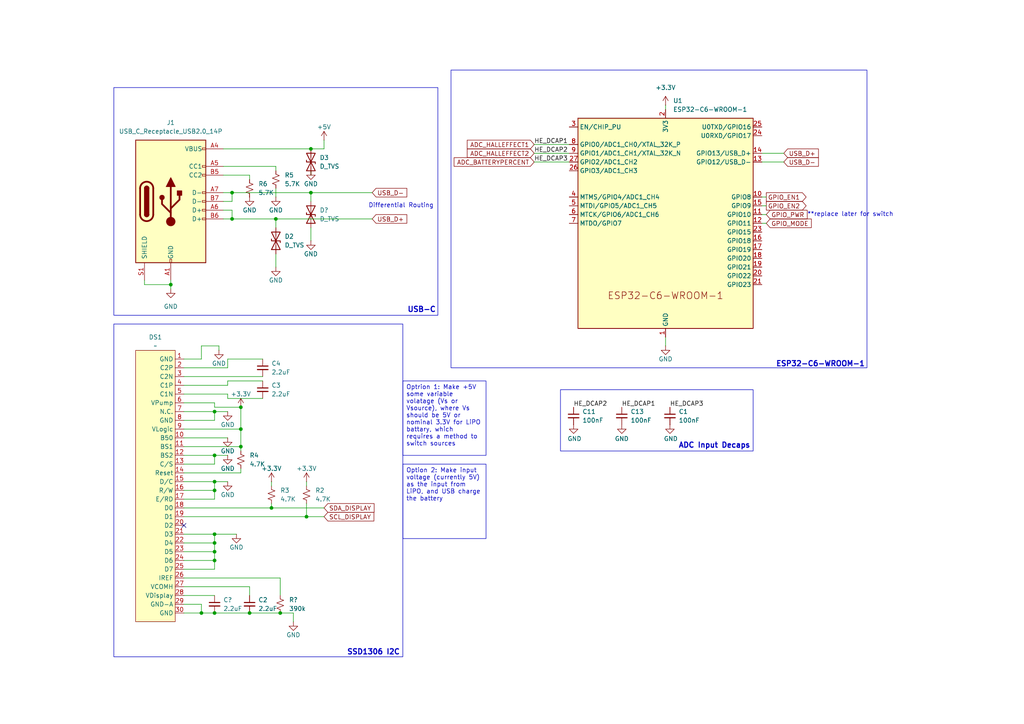
<source format=kicad_sch>
(kicad_sch (version 20231120) (generator "eeschema") (generator_version "8.0")
  (paper "A4")
  (lib_symbols
    (symbol "Connector:USB_C_Receptacle_USB2.0_14P" (pin_names (offset 1.016))
      (property "Reference" "J" (at 0 22.225 0))
      (property "Value" "USB_C_Receptacle_USB2.0_14P" (at 0 19.685 0))
      (symbol "USB_C_Receptacle_USB2.0_14P_0_0"
        (rectangle (start -0.254 -17.78) (end 0.254 -16.764))
        (rectangle (start 10.16 -4.826) (end 9.144 -5.334))
        (rectangle (start 10.16 -2.286) (end 9.144 -2.794))
        (rectangle (start 10.16 0.254) (end 9.144 -0.254))
        (rectangle (start 10.16 2.794) (end 9.144 2.286))
        (rectangle (start 10.16 7.874) (end 9.144 7.366))
        (rectangle (start 10.16 10.414) (end 9.144 9.906))
        (rectangle (start 10.16 15.494) (end 9.144 14.986))
      )
      (symbol "USB_C_Receptacle_USB2.0_14P_0_1"
        (rectangle (start -10.16 17.78) (end 10.16 -17.78) (stroke (width 0.254)) (fill (type background)))
        (arc (start -8.89 -3.81) (mid -6.985 -5.7067) (end -5.08 -3.81) (stroke (width 0.508)))
        (arc (start -7.62 -3.81) (mid -6.985 -4.4423) (end -6.35 -3.81) (stroke (width 0.254)))
        (arc (start -7.62 -3.81) (mid -6.985 -4.4423) (end -6.35 -3.81) (stroke (width 0.254)) (fill (type outline)))
        (rectangle (start -7.62 -3.81) (end -6.35 3.81) (stroke (width 0.254)) (fill (type outline)))
        (arc (start -6.35 3.81) (mid -6.985 4.4423) (end -7.62 3.81) (stroke (width 0.254)))
        (arc (start -6.35 3.81) (mid -6.985 4.4423) (end -7.62 3.81) (stroke (width 0.254)) (fill (type outline)))
        (arc (start -5.08 3.81) (mid -6.985 5.7067) (end -8.89 3.81) (stroke (width 0.508)))
        (circle (center -2.54 1.143) (radius 0.635) (stroke (width 0.254)) (fill (type outline)))
        (circle (center 0 -5.842) (radius 1.27) (fill (type outline)))
        (polyline (pts (xy -8.89 -3.81) (xy -8.89 3.81)) (stroke (width 0.508)))
        (polyline (pts (xy -5.08 3.81) (xy -5.08 -3.81)) (stroke (width 0.508)))
        (polyline (pts (xy 0 -5.842) (xy 0 4.318)) (stroke (width 0.508)))
        (polyline (pts (xy 0 -3.302) (xy -2.54 -0.762) (xy -2.54 0.508)) (stroke (width 0.508)))
        (polyline (pts (xy 0 -2.032) (xy 2.54 0.508) (xy 2.54 1.778)) (stroke (width 0.508)))
        (polyline (pts (xy -1.27 4.318) (xy 0 6.858) (xy 1.27 4.318) (xy -1.27 4.318)) (stroke (width 0.254)) (fill (type outline)))
        (rectangle (start 1.905 1.778) (end 3.175 3.048) (stroke (width 0.254)) (fill (type outline)))
      )
      (symbol "USB_C_Receptacle_USB2.0_14P_1_1"
        (pin passive line (at 0 -22.86 90) (length 5.08) (name "GND") (number "A1"))
        (pin passive line (at 0 -22.86 90) (length 5.08) hide (name "GND") (number "A12"))
        (pin passive line (at 15.24 15.24 180) (length 5.08) (name "VBUS") (number "A4"))
        (pin bidirectional line (at 15.24 10.16 180) (length 5.08) (name "CC1") (number "A5"))
        (pin bidirectional line (at 15.24 -2.54 180) (length 5.08) (name "D+") (number "A6"))
        (pin bidirectional line (at 15.24 2.54 180) (length 5.08) (name "D-") (number "A7"))
        (pin passive line (at 15.24 15.24 180) (length 5.08) hide (name "VBUS") (number "A9"))
        (pin passive line (at 0 -22.86 90) (length 5.08) hide (name "GND") (number "B1"))
        (pin passive line (at 0 -22.86 90) (length 5.08) hide (name "GND") (number "B12"))
        (pin passive line (at 15.24 15.24 180) (length 5.08) hide (name "VBUS") (number "B4"))
        (pin bidirectional line (at 15.24 7.62 180) (length 5.08) (name "CC2") (number "B5"))
        (pin bidirectional line (at 15.24 -5.08 180) (length 5.08) (name "D+") (number "B6"))
        (pin bidirectional line (at 15.24 0 180) (length 5.08) (name "D-") (number "B7"))
        (pin passive line (at 15.24 15.24 180) (length 5.08) hide (name "VBUS") (number "B9"))
        (pin passive line (at -7.62 -22.86 90) (length 5.08) (name "SHIELD") (number "S1"))
      )
    )
    (symbol "Device:C_Small" (pin_numbers hide) (pin_names (offset 0.254) hide)
      (property "Reference" "C" (at 0.254 1.778 0))
      (property "Value" "C_Small" (at 0.254 -2.032 0))
      (symbol "C_Small_0_1"
        (polyline (pts (xy -1.524 -0.508) (xy 1.524 -0.508)) (stroke (width 0.3302)))
        (polyline (pts (xy -1.524 0.508) (xy 1.524 0.508)) (stroke (width 0.3048)))
      )
      (symbol "C_Small_1_1"
        (pin passive line (at 0 2.54 270) (length 2.032) (name "~") (number "1"))
        (pin passive line (at 0 -2.54 90) (length 2.032) (name "~") (number "2"))
      )
    )
    (symbol "Device:D_TVS" (pin_numbers hide) (pin_names (offset 1.016) hide)
      (property "Reference" "D" (at 0 2.54 0))
      (property "Value" "D_TVS" (at 0 -2.54 0))
      (symbol "D_TVS_0_1"
        (polyline (pts (xy 1.27 0) (xy -1.27 0)))
        (polyline (pts (xy 0.508 1.27) (xy 0 1.27) (xy 0 -1.27) (xy -0.508 -1.27)) (stroke (width 0.254)))
        (polyline (pts (xy -2.54 1.27) (xy -2.54 -1.27) (xy 2.54 1.27) (xy 2.54 -1.27) (xy -2.54 1.27)) (stroke (width 0.254)))
      )
      (symbol "D_TVS_1_1"
        (pin passive line (at -3.81 0 0) (length 2.54) (name "A1") (number "1"))
        (pin passive line (at 3.81 0 180) (length 2.54) (name "A2") (number "2"))
      )
    )
    (symbol "Device:R_Small_US" (pin_numbers hide) (pin_names (offset 0.254) hide)
      (property "Reference" "R" (at 0.762 0.508 0))
      (property "Value" "R_Small_US" (at 0.762 -1.016 0))
      (symbol "R_Small_US_1_1"
        (polyline (pts (xy 0 0) (xy 1.016 -0.381) (xy 0 -0.762) (xy -1.016 -1.143) (xy 0 -1.524)))
        (polyline (pts (xy 0 1.524) (xy 1.016 1.143) (xy 0 0.762) (xy -1.016 0.381) (xy 0 0)))
        (pin passive line (at 0 2.54 270) (length 1.016) (name "~") (number "1"))
        (pin passive line (at 0 -2.54 90) (length 1.016) (name "~") (number "2"))
      )
    )
    (symbol "PCM_Espressif:ESP32-C6-WROOM-1"
      (property "Reference" "U" (at -25.4 35.56 0))
      (property "Value" "ESP32-C6-WROOM-1" (at -25.4 33.02 0))
      (symbol "ESP32-C6-WROOM-1_0_0"
        (text "ESP32-C6-WROOM-1" (at 0 -20.955 0) (effects (font (size 2 2))))
      )
      (symbol "ESP32-C6-WROOM-1_0_1"
        (rectangle (start -25.4 30.48) (end 25.4 -30.48) (stroke (width 0.254)) (fill (type background)))
      )
      (symbol "ESP32-C6-WROOM-1_1_1"
        (pin power_in line (at 0 -33.02 90) (length 2.54) (name "GND") (number "1"))
        (pin bidirectional line (at 27.94 7.62 180) (length 2.54) (name "GPIO8") (number "10"))
        (pin bidirectional line (at 27.94 2.54 180) (length 2.54) (name "GPIO10") (number "11"))
        (pin bidirectional line (at 27.94 0 180) (length 2.54) (name "GPIO11") (number "12"))
        (pin bidirectional line (at 27.94 17.78 180) (length 2.54) (name "GPIO12/USB_D-") (number "13"))
        (pin bidirectional line (at 27.94 20.32 180) (length 2.54) (name "GPIO13/USB_D+") (number "14"))
        (pin bidirectional line (at 27.94 5.08 180) (length 2.54) (name "GPIO9") (number "15"))
        (pin bidirectional line (at 27.94 -5.08 180) (length 2.54) (name "GPIO18") (number "16"))
        (pin bidirectional line (at 27.94 -7.62 180) (length 2.54) (name "GPIO19") (number "17"))
        (pin bidirectional line (at 27.94 -10.16 180) (length 2.54) (name "GPIO20") (number "18"))
        (pin bidirectional line (at 27.94 -12.7 180) (length 2.54) (name "GPIO21") (number "19"))
        (pin power_in line (at 0 33.02 270) (length 2.54) (name "3V3") (number "2"))
        (pin bidirectional line (at 27.94 -15.24 180) (length 2.54) (name "GPIO22") (number "20"))
        (pin bidirectional line (at 27.94 -17.78 180) (length 2.54) (name "GPIO23") (number "21"))
        (pin no_connect line (at -25.4 -12.7 0) (length 2.54) hide (name "NC") (number "22"))
        (pin bidirectional line (at 27.94 -2.54 180) (length 2.54) (name "GPIO15") (number "23"))
        (pin bidirectional line (at 27.94 25.4 180) (length 2.54) (name "U0RXD/GPIO17") (number "24"))
        (pin bidirectional line (at 27.94 27.94 180) (length 2.54) (name "U0TXD/GPIO16") (number "25"))
        (pin bidirectional line (at -27.94 15.24 0) (length 2.54) (name "GPIO3/ADC1_CH3") (number "26"))
        (pin bidirectional line (at -27.94 17.78 0) (length 2.54) (name "GPIO2/ADC1_CH2") (number "27"))
        (pin passive line (at 0 -33.02 90) (length 2.54) hide (name "GND") (number "28"))
        (pin passive line (at 0 -33.02 90) (length 2.54) hide (name "GND") (number "29"))
        (pin input line (at -27.94 27.94 0) (length 2.54) (name "EN/CHIP_PU") (number "3"))
        (pin bidirectional line (at -27.94 7.62 0) (length 2.54) (name "MTMS/GPIO4/ADC1_CH4") (number "4"))
        (pin bidirectional line (at -27.94 5.08 0) (length 2.54) (name "MTDI/GPIO5/ADC1_CH5") (number "5"))
        (pin bidirectional line (at -27.94 2.54 0) (length 2.54) (name "MTCK/GPIO6/ADC1_CH6") (number "6"))
        (pin bidirectional line (at -27.94 0 0) (length 2.54) (name "MTDO/GPIO7") (number "7"))
        (pin bidirectional line (at -27.94 22.86 0) (length 2.54) (name "GPIO0/ADC1_CH0/XTAL_32K_P") (number "8"))
        (pin bidirectional line (at -27.94 20.32 0) (length 2.54) (name "GPIO1/ADC1_CH1/XTAL_32K_N") (number "9"))
      )
    )
    (symbol "RC_Lib:ER-OLED013A1-1W_SSD1306"
      (property "Reference" "DS" (at -10.414 3.556 0))
      (symbol "ER-OLED013A1-1W_SSD1306_0_0"
        (pin passive line (at 2.54 0 180) (length 2.54) (name "GND") (number "1"))
        (pin passive line (at 2.54 -22.86 180) (length 2.54) (name "B50") (number "10"))
        (pin passive line (at 2.54 -25.4 180) (length 2.54) (name "BS1") (number "11"))
        (pin passive line (at 2.54 -27.94 180) (length 2.54) (name "BS2") (number "12"))
        (pin passive line (at 2.54 -30.48 180) (length 2.54) (name "C/S") (number "13"))
        (pin passive line (at 2.54 -33.02 180) (length 2.54) (name "Reset") (number "14"))
        (pin passive line (at 2.54 -35.56 180) (length 2.54) (name "D/C") (number "15"))
        (pin passive line (at 2.54 -38.1 180) (length 2.54) (name "R/W") (number "16"))
        (pin passive line (at 2.54 -40.64 180) (length 2.54) (name "E/RD") (number "17"))
        (pin passive line (at 2.54 -43.18 180) (length 2.54) (name "D0") (number "18"))
        (pin passive line (at 2.54 -45.72 180) (length 2.54) (name "D1") (number "19"))
        (pin passive line (at 2.54 -2.54 180) (length 2.54) (name "C2P") (number "2"))
        (pin passive line (at 2.54 -48.26 180) (length 2.54) (name "D2") (number "20"))
        (pin passive line (at 2.54 -50.8 180) (length 2.54) (name "D3") (number "21"))
        (pin passive line (at 2.54 -53.34 180) (length 2.54) (name "D4") (number "22"))
        (pin passive line (at 2.54 -55.88 180) (length 2.54) (name "D5") (number "23"))
        (pin passive line (at 2.54 -58.42 180) (length 2.54) (name "D6") (number "24"))
        (pin passive line (at 2.54 -60.96 180) (length 2.54) (name "D7") (number "25"))
        (pin passive line (at 2.54 -63.5 180) (length 2.54) (name "IREF") (number "26"))
        (pin passive line (at 2.54 -66.04 180) (length 2.54) (name "VCOMH") (number "27"))
        (pin passive line (at 2.54 -68.58 180) (length 2.54) (name "VDisplay") (number "28"))
        (pin passive line (at 2.54 -71.12 180) (length 2.54) (name "GND-A") (number "29"))
        (pin passive line (at 2.54 -5.08 180) (length 2.54) (name "C2N") (number "3"))
        (pin passive line (at 2.54 -73.66 180) (length 2.54) (name "GND") (number "30"))
        (pin passive line (at 2.54 -7.62 180) (length 2.54) (name "C1P") (number "4"))
        (pin passive line (at 2.54 -10.16 180) (length 2.54) (name "C1N") (number "5"))
        (pin passive line (at 2.54 -12.7 180) (length 2.54) (name "VPump") (number "6"))
        (pin passive line (at 2.54 -15.24 180) (length 2.54) (name "N.C.") (number "7"))
        (pin passive line (at 2.54 -17.78 180) (length 2.54) (name "GND") (number "8"))
        (pin passive line (at 2.54 -20.32 180) (length 2.54) (name "VLogic") (number "9"))
      )
      (symbol "ER-OLED013A1-1W_SSD1306_1_1"
        (rectangle (start -11.43 2.54) (end 0 -76.2) (fill (type background)))
      )
    )
    (symbol "power:+3.3V" (power) (pin_numbers hide) (pin_names (offset 0) hide)
      (property "Value" "+3.3V" (at 0 3.556 0))
      (symbol "+3.3V_0_1"
        (polyline (pts (xy -0.762 1.27) (xy 0 2.54)))
        (polyline (pts (xy 0 0) (xy 0 2.54)))
        (polyline (pts (xy 0 2.54) (xy 0.762 1.27)))
      )
      (symbol "+3.3V_1_1"
        (pin power_in line (at 0 0 90) (length 0) (name "~") (number "1"))
      )
    )
    (symbol "power:+5V" (power) (pin_numbers hide) (pin_names (offset 0) hide)
      (property "Value" "+5V" (at 0 3.556 0))
      (symbol "+5V_0_1"
        (polyline (pts (xy -0.762 1.27) (xy 0 2.54)))
        (polyline (pts (xy 0 0) (xy 0 2.54)))
        (polyline (pts (xy 0 2.54) (xy 0.762 1.27)))
      )
      (symbol "+5V_1_1"
        (pin power_in line (at 0 0 90) (length 0) (name "~") (number "1"))
      )
    )
    (symbol "power:GND" (power) (pin_numbers hide) (pin_names (offset 0) hide)
      (property "Value" "GND" (at 0 -3.81 0))
      (symbol "GND_0_1"
        (polyline (pts (xy 0 0) (xy 0 -1.27) (xy 1.27 -1.27) (xy 0 -2.54) (xy -1.27 -1.27) (xy 0 -1.27)))
      )
      (symbol "GND_1_1"
        (pin power_in line (at 0 0 270) (length 0) (name "~") (number "1"))
      )
    )
  )
  (junction (at 69.85 124.46))
  (junction (at 69.85 129.54))
  (junction (at 67.31 55.88))
  (junction (at 78.74 147.32))
  (junction (at 62.23 132.08))
  (junction (at 88.9 149.86))
  (junction (at 80.01 63.5))
  (junction (at 58.42 177.8))
  (junction (at 90.17 55.88))
  (junction (at 62.23 162.56))
  (junction (at 62.23 157.48))
  (junction (at 62.23 177.8))
  (junction (at 81.28 177.8))
  (junction (at 67.31 63.5))
  (junction (at 69.85 118.11))
  (junction (at 62.23 142.24))
  (junction (at 72.39 177.8))
  (junction (at 90.17 43.18))
  (junction (at 62.23 154.94))
  (junction (at 62.23 160.02))
  (junction (at 62.23 119.38))
  (junction (at 62.23 139.7))
  (junction (at 49.53 82.55))
  (no_connect (at 53.34 152.4))
  (wire (pts (xy 49.53 82.55) (xy 49.53 81.28)))
  (wire (pts (xy 53.34 165.1) (xy 62.23 165.1)))
  (wire (pts (xy 53.34 162.56) (xy 62.23 162.56)))
  (wire (pts (xy 67.31 63.5) (xy 64.77 63.5)))
  (wire (pts (xy 81.28 172.72) (xy 81.28 167.64)))
  (wire (pts (xy 222.25 59.69) (xy 220.98 59.69)))
  (wire (pts (xy 66.04 106.68) (xy 66.04 104.14)))
  (wire (pts (xy 154.94 44.45) (xy 165.1 44.45)))
  (wire (pts (xy 64.77 43.18) (xy 90.17 43.18)))
  (wire (pts (xy 69.85 129.54) (xy 69.85 130.81)))
  (wire (pts (xy 64.77 60.96) (xy 67.31 60.96)))
  (wire (pts (xy 69.85 124.46) (xy 69.85 129.54)))
  (wire (pts (xy 88.9 139.7) (xy 88.9 140.97)))
  (wire (pts (xy 58.42 177.8) (xy 62.23 177.8)))
  (wire (pts (xy 88.9 149.86) (xy 93.98 149.86)))
  (wire (pts (xy 78.74 147.32) (xy 93.98 147.32)))
  (wire (pts (xy 80.01 48.26) (xy 80.01 49.53)))
  (wire (pts (xy 72.39 170.18) (xy 53.34 170.18)))
  (wire (pts (xy 62.23 157.48) (xy 62.23 160.02)))
  (wire (pts (xy 67.31 55.88) (xy 67.31 58.42)))
  (wire (pts (xy 62.23 142.24) (xy 62.23 144.78)))
  (wire (pts (xy 62.23 116.84) (xy 62.23 118.11)))
  (wire (pts (xy 62.23 132.08) (xy 66.04 132.08)))
  (wire (pts (xy 90.17 66.04) (xy 90.17 69.85)))
  (wire (pts (xy 62.23 118.11) (xy 69.85 118.11)))
  (wire (pts (xy 53.34 109.22) (xy 76.2 109.22)))
  (wire (pts (xy 58.42 104.14) (xy 58.42 100.33)))
  (wire (pts (xy 53.34 167.64) (xy 81.28 167.64)))
  (wire (pts (xy 64.77 48.26) (xy 80.01 48.26)))
  (wire (pts (xy 62.23 162.56) (xy 62.23 165.1)))
  (wire (pts (xy 69.85 118.11) (xy 69.85 124.46)))
  (wire (pts (xy 62.23 139.7) (xy 62.23 142.24)))
  (wire (pts (xy 41.91 82.55) (xy 41.91 81.28)))
  (wire (pts (xy 80.01 73.66) (xy 80.01 77.47)))
  (wire (pts (xy 90.17 55.88) (xy 90.17 58.42)))
  (wire (pts (xy 53.34 134.62) (xy 62.23 134.62)))
  (wire (pts (xy 64.77 55.88) (xy 67.31 55.88)))
  (wire (pts (xy 53.34 104.14) (xy 58.42 104.14)))
  (wire (pts (xy 62.23 154.94) (xy 62.23 157.48)))
  (wire (pts (xy 62.23 160.02) (xy 62.23 162.56)))
  (wire (pts (xy 53.34 177.8) (xy 58.42 177.8)))
  (wire (pts (xy 222.25 64.77) (xy 220.98 64.77)))
  (wire (pts (xy 66.04 104.14) (xy 76.2 104.14)))
  (wire (pts (xy 80.01 63.5) (xy 80.01 66.04)))
  (wire (pts (xy 222.25 57.15) (xy 220.98 57.15)))
  (wire (pts (xy 58.42 175.26) (xy 58.42 177.8)))
  (wire (pts (xy 78.74 146.05) (xy 78.74 147.32)))
  (wire (pts (xy 53.34 160.02) (xy 62.23 160.02)))
  (wire (pts (xy 67.31 58.42) (xy 64.77 58.42)))
  (wire (pts (xy 90.17 55.88) (xy 107.95 55.88)))
  (wire (pts (xy 80.01 63.5) (xy 107.95 63.5)))
  (wire (pts (xy 53.34 116.84) (xy 62.23 116.84)))
  (wire (pts (xy 66.04 115.57) (xy 66.04 114.3)))
  (wire (pts (xy 66.04 110.49) (xy 76.2 110.49)))
  (wire (pts (xy 53.34 157.48) (xy 62.23 157.48)))
  (wire (pts (xy 69.85 137.16) (xy 69.85 135.89)))
  (wire (pts (xy 62.23 119.38) (xy 62.23 121.92)))
  (wire (pts (xy 53.34 129.54) (xy 69.85 129.54)))
  (wire (pts (xy 62.23 154.94) (xy 68.58 154.94)))
  (wire (pts (xy 53.34 175.26) (xy 58.42 175.26)))
  (wire (pts (xy 88.9 146.05) (xy 88.9 149.86)))
  (wire (pts (xy 90.17 43.18) (xy 93.98 43.18)))
  (wire (pts (xy 80.01 57.15) (xy 80.01 54.61)))
  (wire (pts (xy 76.2 115.57) (xy 66.04 115.57)))
  (wire (pts (xy 53.34 139.7) (xy 62.23 139.7)))
  (wire (pts (xy 69.85 137.16) (xy 53.34 137.16)))
  (wire (pts (xy 67.31 63.5) (xy 80.01 63.5)))
  (wire (pts (xy 53.34 132.08) (xy 62.23 132.08)))
  (wire (pts (xy 154.94 46.99) (xy 165.1 46.99)))
  (wire (pts (xy 64.77 50.8) (xy 72.39 50.8)))
  (wire (pts (xy 66.04 114.3) (xy 53.34 114.3)))
  (wire (pts (xy 53.34 124.46) (xy 69.85 124.46)))
  (wire (pts (xy 193.04 30.48) (xy 193.04 31.75)))
  (wire (pts (xy 62.23 139.7) (xy 66.04 139.7)))
  (wire (pts (xy 93.98 40.64) (xy 93.98 43.18)))
  (wire (pts (xy 62.23 121.92) (xy 53.34 121.92)))
  (wire (pts (xy 53.34 119.38) (xy 62.23 119.38)))
  (wire (pts (xy 62.23 144.78) (xy 53.34 144.78)))
  (wire (pts (xy 81.28 177.8) (xy 85.09 177.8)))
  (wire (pts (xy 72.39 172.72) (xy 72.39 170.18)))
  (wire (pts (xy 62.23 119.38) (xy 66.04 119.38)))
  (wire (pts (xy 62.23 132.08) (xy 62.23 134.62)))
  (wire (pts (xy 58.42 100.33) (xy 63.5 100.33)))
  (wire (pts (xy 53.34 111.76) (xy 66.04 111.76)))
  (wire (pts (xy 67.31 55.88) (xy 90.17 55.88)))
  (wire (pts (xy 53.34 127) (xy 66.04 127)))
  (wire (pts (xy 72.39 50.8) (xy 72.39 52.07)))
  (wire (pts (xy 53.34 149.86) (xy 88.9 149.86)))
  (wire (pts (xy 53.34 154.94) (xy 62.23 154.94)))
  (wire (pts (xy 227.33 44.45) (xy 220.98 44.45)))
  (wire (pts (xy 85.09 177.8) (xy 85.09 180.34)))
  (wire (pts (xy 227.33 46.99) (xy 220.98 46.99)))
  (wire (pts (xy 53.34 172.72) (xy 62.23 172.72)))
  (wire (pts (xy 41.91 82.55) (xy 49.53 82.55)))
  (wire (pts (xy 222.25 62.23) (xy 220.98 62.23)))
  (wire (pts (xy 53.34 142.24) (xy 62.23 142.24)))
  (wire (pts (xy 66.04 111.76) (xy 66.04 110.49)))
  (wire (pts (xy 72.39 177.8) (xy 81.28 177.8)))
  (wire (pts (xy 193.04 100.33) (xy 193.04 97.79)))
  (wire (pts (xy 63.5 100.33) (xy 63.5 101.6)))
  (wire (pts (xy 67.31 60.96) (xy 67.31 63.5)))
  (wire (pts (xy 90.17 49.53) (xy 90.17 50.8)))
  (wire (pts (xy 62.23 177.8) (xy 72.39 177.8)))
  (wire (pts (xy 53.34 147.32) (xy 78.74 147.32)))
  (wire (pts (xy 49.53 83.82) (xy 49.53 82.55)))
  (wire (pts (xy 78.74 139.7) (xy 78.74 140.97)))
  (wire (pts (xy 53.34 106.68) (xy 66.04 106.68)))
  (wire (pts (xy 154.94 41.91) (xy 165.1 41.91)))
  (rectangle (start 33.02 25.4) (end 127 91.44))
  (rectangle (start 33.02 93.98) (end 116.84 190.5))
  (rectangle (start 130.81 20.32) (end 251.46 106.68))
  (rectangle (start 162.56 113.03) (end 218.44 130.81))
  (text_box "Optrion 1: Make +5V some variable volatage (Vs or Vsource), where Vs should be 5V or nominal 3.3V for LiPO battary, which requires a method to switch sources" (at 116.84 110.49 0) (size 24.13 21.59) (effects (font (size 1.27 1.27)) (justify left top)))
  (text_box "Option 2: Make input voltage (currently 5V) as the input from LiPO, and USB charge the battery" (at 116.84 134.62 0) (size 24.13 21.59) (effects (font (size 1.27 1.27)) (justify left top)))
  (text "USB-C" (at 126.492 89.916 0) (effects (font (size 1.524 1.524) (thickness 0.3048) (bold yes)) (justify right)))
  (text "Differential Routing" (at 116.332 59.69 0) (effects (font (size 1.27 1.27))))
  (text "ESP32-C6-WROOM-1" (at 250.952 105.664 0) (effects (font (size 1.524 1.524) (thickness 0.3048) (bold yes)) (justify right)))
  (text "ADC Input Decaps" (at 217.678 129.286 0) (effects (font (size 1.524 1.524) (thickness 0.3048) (bold yes)) (justify right)))
  (text "**replace later for switch" (at 246.634 62.23 0) (effects (font (size 1.27 1.27))))
  (text "SSD1306 I2C" (at 116.078 189.23 0) (effects (font (size 1.524 1.524) (thickness 0.3048) (bold yes)) (justify right)))
  (label "HE_DCAP1" (at 154.94 41.91 0))
  (label "HE_DCAP3" (at 194.31 118.11 0))
  (label "HE_DCAP2" (at 166.37 118.11 0))
  (label "HE_DCAP3" (at 154.94 46.99 0))
  (label "HE_DCAP1" (at 180.34 118.11 0))
  (label "HE_DCAP2" (at 154.94 44.45 0))
  (global_label "USB_D+" (shape input) (at 107.95 63.5 0) (property "Intersheetrefs" "${INTERSHEET_REFS}" (effects (hide yes))))
  (global_label "ADC_BATTERYPERCENT" (shape input) (at 154.94 46.99 180) (property "Intersheetrefs" "${INTERSHEET_REFS}" (effects (hide yes))))
  (global_label "USB_D-" (shape input) (at 227.33 46.99 0) (property "Intersheetrefs" "${INTERSHEET_REFS}" (effects (hide yes))))
  (global_label "GPIO_EN2" (shape output) (at 222.25 59.69 0) (property "Intersheetrefs" "${INTERSHEET_REFS}" (effects (hide yes))))
  (global_label "GPIO_EN1" (shape output) (at 222.25 57.15 0) (property "Intersheetrefs" "${INTERSHEET_REFS}" (effects (hide yes))))
  (global_label "GPIO_MODE" (shape input) (at 222.25 64.77 0) (property "Intersheetrefs" "${INTERSHEET_REFS}" (effects (hide yes))))
  (global_label "USB_D+" (shape input) (at 227.33 44.45 0) (property "Intersheetrefs" "${INTERSHEET_REFS}" (effects (hide yes))))
  (global_label "GPIO_PWR" (shape input) (at 222.25 62.23 0) (property "Intersheetrefs" "${INTERSHEET_REFS}" (effects (hide yes))))
  (global_label "ADC_HALLEFFECT1" (shape input) (at 154.94 41.91 180) (property "Intersheetrefs" "${INTERSHEET_REFS}" (effects (hide yes))))
  (global_label "SDA_DISPLAY" (shape input) (at 93.98 147.32 0) (property "Intersheetrefs" "${INTERSHEET_REFS}" (effects (hide yes))))
  (global_label "SCL_DISPLAY" (shape input) (at 93.98 149.86 0) (property "Intersheetrefs" "${INTERSHEET_REFS}" (effects (hide yes))))
  (global_label "USB_D-" (shape input) (at 107.95 55.88 0) (property "Intersheetrefs" "${INTERSHEET_REFS}" (effects (hide yes))))
  (global_label "ADC_HALLEFFECT2" (shape input) (at 154.94 44.45 180) (property "Intersheetrefs" "${INTERSHEET_REFS}" (effects (hide yes))))
  (symbol (lib_id "power:+3.3V") (at 69.85 118.11 0) (unit 1)
    (property "Reference" "#PWR07" (effects (hide yes)))
    (property "Value" "+3.3V" (at 69.85 114.3 0))
    (property "Description" "Power symbol creates a global label with name \"+3.3V\"" (effects (hide yes)))
  )
  (symbol (lib_id "Device:R_Small_US") (at 80.01 52.07 0) (unit 1)
    (property "Reference" "R5" (at 82.55 50.7999 0) (effects (justify left)))
    (property "Value" "5.7K" (at 82.55 53.3399 0) (effects (justify left)))
    (property "Footprint" "Resistor_SMD:R_0603_1608Metric" (effects (hide yes)))
    (property "Description" "Resistor, small US symbol" (effects (hide yes)))
  )
  (symbol (lib_id "Device:D_TVS") (at 80.01 69.85 90) (unit 1)
    (property "Reference" "D2" (at 82.55 68.5799 90) (effects (justify right)))
    (property "Value" "D_TVS" (at 82.55 71.1199 90) (effects (justify right)))
    (property "Description" "Bidirectional transient-voltage-suppression diode" (effects (hide yes)))
  )
  (symbol (lib_id "RC_Lib:ER-OLED013A1-1W_SSD1306") (at 50.8 104.14 0) (unit 1)
    (property "Reference" "DS1" (at 45.085 97.79 0))
    (property "Value" "~" (at 45.085 100.33 0))
    (property "Footprint" "Library:FPC_30" (effects (hide yes)))
  )
  (symbol (lib_id "power:GND") (at 80.01 77.47 0) (unit 1)
    (property "Reference" "#PWR013" (effects (hide yes)))
    (property "Value" "GND" (at 80.01 81.28 0))
    (property "Description" "Power symbol creates a global label with name \"GND\" , ground" (effects (hide yes)))
  )
  (symbol (lib_id "Device:C_Small") (at 166.37 120.65 0) (unit 1)
    (property "Reference" "C11" (at 168.91 119.3862 0) (effects (justify left)))
    (property "Value" "100nF" (at 168.91 121.9262 0) (effects (justify left)))
    (property "Footprint" "Capacitor_SMD:C_0603_1608Metric" (effects (hide yes)))
    (property "Description" "Unpolarized capacitor, small symbol" (effects (hide yes)))
  )
  (symbol (lib_id "Device:D_TVS") (at 90.17 46.99 90) (unit 1)
    (property "Reference" "D3" (at 92.71 45.7199 90) (effects (justify right)))
    (property "Value" "D_TVS" (at 92.71 48.2599 90) (effects (justify right)))
    (property "Description" "Bidirectional transient-voltage-suppression diode" (effects (hide yes)))
  )
  (symbol (lib_id "power:GND") (at 194.31 123.19 0) (unit 1)
    (property "Reference" "#PWR04" (effects (hide yes)))
    (property "Value" "GND" (at 194.564 127.254 0))
    (property "Description" "Power symbol creates a global label with name \"GND\" , ground" (effects (hide yes)))
  )
  (symbol (lib_id "power:+3.3V") (at 78.74 139.7 0) (unit 1)
    (property "Reference" "#PWR?" (effects (hide yes)))
    (property "Value" "+3.3V" (at 78.74 135.89 0))
    (property "Description" "Power symbol creates a global label with name \"+3.3V\"" (effects (hide yes)))
  )
  (symbol (lib_id "power:GND") (at 66.04 119.38 0) (unit 1)
    (property "Reference" "#PWR010" (effects (hide yes)))
    (property "Value" "GND" (at 66.04 123.19 0))
    (property "Description" "Power symbol creates a global label with name \"GND\" , ground" (effects (hide yes)))
  )
  (symbol (lib_id "power:GND") (at 90.17 69.85 0) (unit 1)
    (property "Reference" "#PWR014" (effects (hide yes)))
    (property "Value" "GND" (at 90.17 73.66 0))
    (property "Description" "Power symbol creates a global label with name \"GND\" , ground" (effects (hide yes)))
  )
  (symbol (lib_id "Device:C_Small") (at 76.2 106.68 0) (unit 1)
    (property "Reference" "C4" (at 78.74 105.4162 0) (effects (justify left)))
    (property "Value" "2.2uF" (at 78.74 107.9562 0) (effects (justify left)))
    (property "Footprint" "Capacitor_SMD:C_0603_1608Metric" (effects (hide yes)))
    (property "Description" "Unpolarized capacitor, small symbol" (effects (hide yes)))
  )
  (symbol (lib_id "power:GND") (at 180.34 123.19 0) (unit 1)
    (property "Reference" "#PWR026" (effects (hide yes)))
    (property "Value" "GND" (at 180.34 127.254 0))
    (property "Description" "Power symbol creates a global label with name \"GND\" , ground" (effects (hide yes)))
  )
  (symbol (lib_id "Device:C_Small") (at 76.2 113.03 0) (unit 1)
    (property "Reference" "C3" (at 78.74 111.7662 0) (effects (justify left)))
    (property "Value" "2.2uF" (at 78.74 114.3062 0) (effects (justify left)))
    (property "Footprint" "Capacitor_SMD:C_0603_1608Metric" (effects (hide yes)))
    (property "Description" "Unpolarized capacitor, small symbol" (effects (hide yes)))
  )
  (symbol (lib_id "power:GND") (at 72.39 57.15 0) (unit 1)
    (property "Reference" "#PWR017" (effects (hide yes)))
    (property "Value" "GND" (at 72.39 60.96 0))
    (property "Description" "Power symbol creates a global label with name \"GND\" , ground" (effects (hide yes)))
  )
  (symbol (lib_id "Device:C_Small") (at 180.34 120.65 0) (unit 1)
    (property "Reference" "C13" (at 182.88 119.3862 0) (effects (justify left)))
    (property "Value" "100nF" (at 182.88 121.9262 0) (effects (justify left)))
    (property "Footprint" "Capacitor_SMD:C_0603_1608Metric" (effects (hide yes)))
    (property "Description" "Unpolarized capacitor, small symbol" (effects (hide yes)))
  )
  (symbol (lib_id "power:GND") (at 66.04 139.7 0) (unit 1)
    (property "Reference" "#PWR06" (effects (hide yes)))
    (property "Value" "GND" (at 66.04 143.51 0))
    (property "Description" "Power symbol creates a global label with name \"GND\" , ground" (effects (hide yes)))
  )
  (symbol (lib_id "Device:D_TVS") (at 90.17 62.23 90) (unit 1)
    (property "Reference" "D?" (at 92.71 60.9599 90) (effects (justify right)))
    (property "Value" "D_TVS" (at 92.71 63.4999 90) (effects (justify right)))
    (property "Description" "Bidirectional transient-voltage-suppression diode" (effects (hide yes)))
  )
  (symbol (lib_id "power:GND") (at 68.58 154.94 0) (unit 1)
    (property "Reference" "#PWR?" (effects (hide yes)))
    (property "Value" "GND" (at 68.58 158.75 0))
    (property "Description" "Power symbol creates a global label with name \"GND\" , ground" (effects (hide yes)))
  )
  (symbol (lib_id "Device:C_Small") (at 72.39 175.26 0) (unit 1)
    (property "Reference" "C2" (at 74.93 173.9962 0) (effects (justify left)))
    (property "Value" "2.2uF" (at 74.93 176.5362 0) (effects (justify left)))
    (property "Footprint" "Capacitor_SMD:C_0603_1608Metric" (effects (hide yes)))
    (property "Description" "Unpolarized capacitor, small symbol" (effects (hide yes)))
  )
  (symbol (lib_id "power:+5V") (at 93.98 40.64 0) (unit 1)
    (property "Reference" "#PWR?" (effects (hide yes)))
    (property "Value" "+5V" (at 93.98 36.83 0))
    (property "Description" "Power symbol creates a global label with name \"+5V\"" (effects (hide yes)))
  )
  (symbol (lib_id "power:GND") (at 166.37 123.19 0) (unit 1)
    (property "Reference" "#PWR025" (effects (hide yes)))
    (property "Value" "GND" (at 166.624 127.254 0))
    (property "Description" "Power symbol creates a global label with name \"GND\" , ground" (effects (hide yes)))
  )
  (symbol (lib_id "power:GND") (at 90.17 49.53 0) (unit 1)
    (property "Reference" "#PWR018" (effects (hide yes)))
    (property "Value" "GND" (at 90.17 53.34 0))
    (property "Description" "Power symbol creates a global label with name \"GND\" , ground" (effects (hide yes)))
  )
  (symbol (lib_id "power:GND") (at 66.04 132.08 0) (unit 1)
    (property "Reference" "#PWR08" (effects (hide yes)))
    (property "Value" "GND" (at 66.04 135.89 0))
    (property "Description" "Power symbol creates a global label with name \"GND\" , ground" (effects (hide yes)))
  )
  (symbol (lib_id "power:GND") (at 63.5 101.6 0) (unit 1)
    (property "Reference" "#PWR011" (effects (hide yes)))
    (property "Value" "GND" (at 63.5 105.41 0))
    (property "Description" "Power symbol creates a global label with name \"GND\" , ground" (effects (hide yes)))
  )
  (symbol (lib_id "Device:R_Small_US") (at 78.74 143.51 0) (unit 1)
    (property "Reference" "R3" (at 81.28 142.2399 0) (effects (justify left)))
    (property "Value" "4.7K" (at 81.28 144.7799 0) (effects (justify left)))
    (property "Footprint" "Resistor_SMD:R_0603_1608Metric" (effects (hide yes)))
    (property "Description" "Resistor, small US symbol" (effects (hide yes)))
  )
  (symbol (lib_id "PCM_Espressif:ESP32-C6-WROOM-1") (at 193.04 64.77 0) (unit 1)
    (property "Reference" "U1" (at 195.2341 29.21 0) (effects (justify left)))
    (property "Value" "ESP32-C6-WROOM-1" (at 195.2341 31.75 0) (effects (justify left)))
    (property "Footprint" "PCM_Espressif:ESP32-C6-WROOM-1" (effects (hide yes)))
    (property "Datasheet" "https://www.espressif.com/sites/default/files/documentation/esp32-c6-wroom-1_wroom-1u_datasheet_en.pdf" (effects (hide yes)))
    (property "Description" "ESP32-C6-WROOM-1/U is a module that supports 2.4 GHz Wi-Fi 6 (802.11 ax), Bluetooth® 5 (LE), Zigbee and Thread (802.15.4)" (effects (hide yes)))
  )
  (symbol (lib_id "Device:R_Small_US") (at 81.28 175.26 0) (unit 1)
    (property "Reference" "R?" (at 83.82 173.9899 0) (effects (justify left)))
    (property "Value" "390k" (at 83.82 176.5299 0) (effects (justify left)))
    (property "Footprint" "Resistor_SMD:R_0603_1608Metric" (effects (hide yes)))
    (property "Description" "Resistor, small US symbol" (effects (hide yes)))
  )
  (symbol (lib_id "Device:R_Small_US") (at 69.85 133.35 0) (unit 1)
    (property "Reference" "R4" (at 72.39 132.0799 0) (effects (justify left)))
    (property "Value" "4.7K" (at 72.39 134.6199 0) (effects (justify left)))
    (property "Footprint" "Resistor_SMD:R_0603_1608Metric" (effects (hide yes)))
    (property "Description" "Resistor, small US symbol" (effects (hide yes)))
  )
  (symbol (lib_id "Connector:USB_C_Receptacle_USB2.0_14P") (at 49.53 58.42 0) (unit 1)
    (property "Reference" "J1" (at 49.53 35.56 0))
    (property "Value" "USB_C_Receptacle_USB2.0_14P" (at 49.53 38.1 0))
    (property "Datasheet" "https://www.usb.org/sites/default/files/documents/usb_type-c.zip" (effects (hide yes)))
    (property "Description" "USB 2.0-only 14P Type-C Receptacle connector" (effects (hide yes)))
  )
  (symbol (lib_id "Device:C_Small") (at 194.31 120.65 0) (unit 1)
    (property "Reference" "C1" (at 196.85 119.3862 0) (effects (justify left)))
    (property "Value" "100nF" (at 196.85 121.9262 0) (effects (justify left)))
    (property "Footprint" "Capacitor_SMD:C_0603_1608Metric" (effects (hide yes)))
    (property "Description" "Unpolarized capacitor, small symbol" (effects (hide yes)))
  )
  (symbol (lib_id "power:+3.3V") (at 193.04 30.48 0) (unit 1)
    (property "Reference" "#PWR?" (effects (hide yes)))
    (property "Value" "+3.3V" (at 193.04 25.4 0))
    (property "Description" "Power symbol creates a global label with name \"+3.3V\"" (effects (hide yes)))
  )
  (symbol (lib_id "power:GND") (at 193.04 100.33 0) (unit 1)
    (property "Reference" "#PWR012" (effects (hide yes)))
    (property "Value" "GND" (at 193.04 104.14 0))
    (property "Description" "Power symbol creates a global label with name \"GND\" , ground" (effects (hide yes)))
  )
  (symbol (lib_id "Device:R_Small_US") (at 72.39 54.61 0) (unit 1)
    (property "Reference" "R6" (at 74.93 53.3399 0) (effects (justify left)))
    (property "Value" "5.7K" (at 74.93 55.8799 0) (effects (justify left)))
    (property "Footprint" "Resistor_SMD:R_0603_1608Metric" (effects (hide yes)))
    (property "Description" "Resistor, small US symbol" (effects (hide yes)))
  )
  (symbol (lib_id "power:+3.3V") (at 88.9 139.7 0) (unit 1)
    (property "Reference" "#PWR05" (effects (hide yes)))
    (property "Value" "+3.3V" (at 88.9 135.89 0))
    (property "Description" "Power symbol creates a global label with name \"+3.3V\"" (effects (hide yes)))
  )
  (symbol (lib_id "power:GND") (at 80.01 57.15 0) (unit 1)
    (property "Reference" "#PWR016" (effects (hide yes)))
    (property "Value" "GND" (at 80.01 60.96 0))
    (property "Description" "Power symbol creates a global label with name \"GND\" , ground" (effects (hide yes)))
  )
  (symbol (lib_id "power:GND") (at 66.04 127 0) (unit 1)
    (property "Reference" "#PWR09" (effects (hide yes)))
    (property "Value" "GND" (at 66.04 130.81 0))
    (property "Description" "Power symbol creates a global label with name \"GND\" , ground" (effects (hide yes)))
  )
  (symbol (lib_id "power:GND") (at 49.53 83.82 0) (unit 1)
    (property "Reference" "#PWR?" (effects (hide yes)))
    (property "Value" "GND" (at 49.53 88.9 0))
    (property "Description" "Power symbol creates a global label with name \"GND\" , ground" (effects (hide yes)))
  )
  (symbol (lib_id "Device:R_Small_US") (at 88.9 143.51 0) (unit 1)
    (property "Reference" "R2" (at 91.44 142.2399 0) (effects (justify left)))
    (property "Value" "4.7K" (at 91.44 144.7799 0) (effects (justify left)))
    (property "Footprint" "Resistor_SMD:R_0603_1608Metric" (effects (hide yes)))
    (property "Description" "Resistor, small US symbol" (effects (hide yes)))
  )
  (symbol (lib_id "Device:C_Small") (at 62.23 175.26 0) (unit 1)
    (property "Reference" "C?" (at 64.77 173.9962 0) (effects (justify left)))
    (property "Value" "2.2uF" (at 64.77 176.5362 0) (effects (justify left)))
    (property "Footprint" "Capacitor_SMD:C_0603_1608Metric" (effects (hide yes)))
    (property "Description" "Unpolarized capacitor, small symbol" (effects (hide yes)))
  )
  (symbol (lib_id "power:GND") (at 85.09 180.34 0) (unit 1)
    (property "Reference" "#PWR?" (effects (hide yes)))
    (property "Value" "GND" (at 85.09 184.15 0))
    (property "Description" "Power symbol creates a global label with name \"GND\" , ground" (effects (hide yes)))
  )
)
</source>
